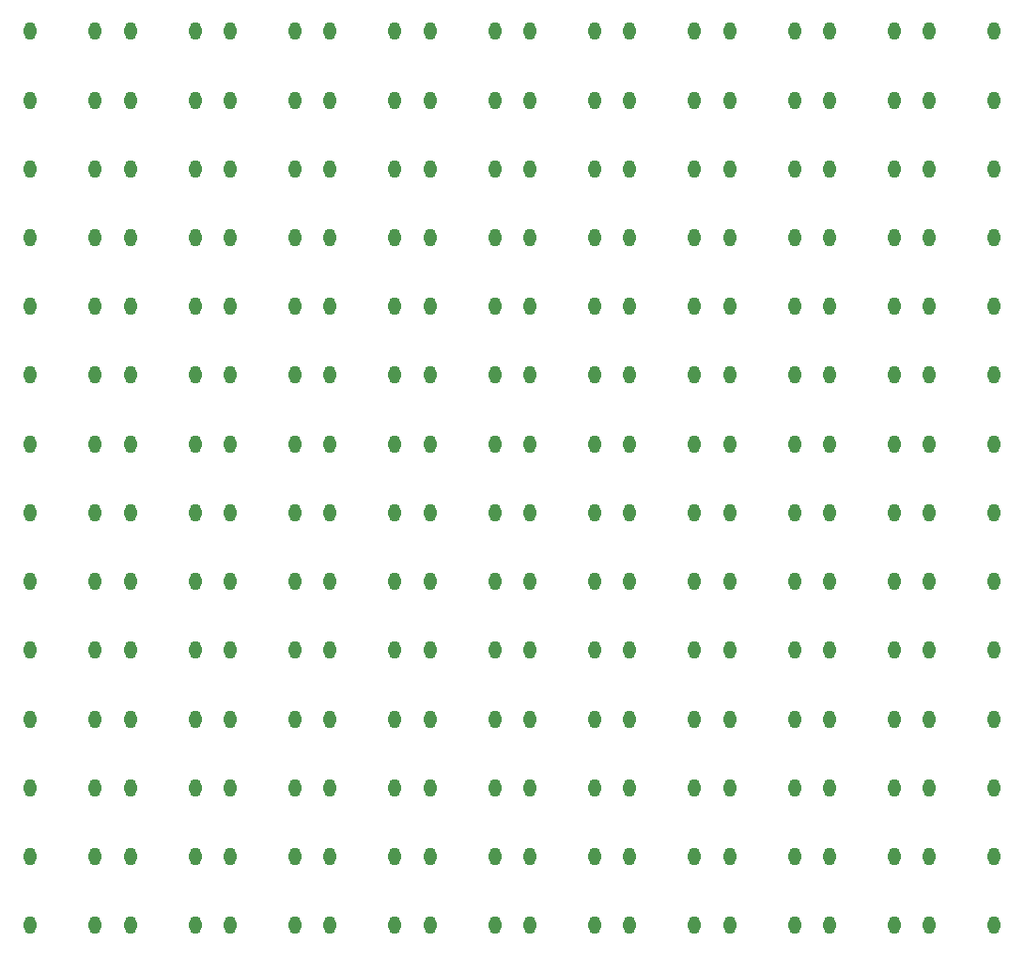
<source format=gbs>
%FSLAX25Y25*%
%MOIN*%
G70*
G01*
G75*
G04 Layer_Color=16711935*
%ADD10R,0.05118X0.12992*%
%ADD11R,0.01969X0.12992*%
%ADD12C,0.02000*%
%ADD13R,0.05000X0.15000*%
%ADD14O,0.03937X0.05906*%
%ADD15C,0.00600*%
%ADD16R,0.04717X0.12591*%
%ADD17R,0.01567X0.12591*%
%ADD18R,0.05518X0.13392*%
%ADD19R,0.02369X0.13392*%
%ADD20O,0.04337X0.06306*%
D20*
X7000Y13177D02*
D03*
X30000D02*
D03*
X42433D02*
D03*
X65433D02*
D03*
X77866D02*
D03*
X100866D02*
D03*
X113299D02*
D03*
X136299D02*
D03*
X148732D02*
D03*
X171732D02*
D03*
X184165D02*
D03*
X207165D02*
D03*
X219598D02*
D03*
X242598D02*
D03*
X255031D02*
D03*
X278031D02*
D03*
X290465D02*
D03*
X313465D02*
D03*
X325898D02*
D03*
X348898D02*
D03*
X7000Y37587D02*
D03*
X30000D02*
D03*
X42433D02*
D03*
X65433D02*
D03*
X77866D02*
D03*
X100866D02*
D03*
X113299D02*
D03*
X136299D02*
D03*
X148732D02*
D03*
X171732D02*
D03*
X184165D02*
D03*
X207165D02*
D03*
X219598D02*
D03*
X242598D02*
D03*
X255031D02*
D03*
X278031D02*
D03*
X290465D02*
D03*
X313465D02*
D03*
X325898D02*
D03*
X348898D02*
D03*
X7000Y61996D02*
D03*
X30000D02*
D03*
X42433D02*
D03*
X65433D02*
D03*
X77866D02*
D03*
X100866D02*
D03*
X113299D02*
D03*
X136299D02*
D03*
X148732D02*
D03*
X171732D02*
D03*
X184165D02*
D03*
X207165D02*
D03*
X219598D02*
D03*
X242598D02*
D03*
X255031D02*
D03*
X278031D02*
D03*
X290465D02*
D03*
X313465D02*
D03*
X325898D02*
D03*
X348898D02*
D03*
X7000Y86405D02*
D03*
X30000D02*
D03*
X42433D02*
D03*
X65433D02*
D03*
X77866D02*
D03*
X100866D02*
D03*
X113299D02*
D03*
X136299D02*
D03*
X148732D02*
D03*
X171732D02*
D03*
X184165D02*
D03*
X207165D02*
D03*
X219598D02*
D03*
X242598D02*
D03*
X255031D02*
D03*
X278031D02*
D03*
X290465D02*
D03*
X313465D02*
D03*
X325898D02*
D03*
X348898D02*
D03*
X7000Y110815D02*
D03*
X30000D02*
D03*
X42433D02*
D03*
X65433D02*
D03*
X77866D02*
D03*
X100866D02*
D03*
X113299D02*
D03*
X136299D02*
D03*
X148732D02*
D03*
X171732D02*
D03*
X184165D02*
D03*
X207165D02*
D03*
X219598D02*
D03*
X242598D02*
D03*
X255031D02*
D03*
X278031D02*
D03*
X290465D02*
D03*
X313465D02*
D03*
X325898D02*
D03*
X348898D02*
D03*
X7000Y135224D02*
D03*
X30000D02*
D03*
X42433D02*
D03*
X65433D02*
D03*
X77866D02*
D03*
X100866D02*
D03*
X113299D02*
D03*
X136299D02*
D03*
X148732D02*
D03*
X171732D02*
D03*
X184165D02*
D03*
X207165D02*
D03*
X219598D02*
D03*
X242598D02*
D03*
X255031D02*
D03*
X278031D02*
D03*
X290465D02*
D03*
X313465D02*
D03*
X325898D02*
D03*
X348898D02*
D03*
X7000Y159634D02*
D03*
X30000D02*
D03*
X42433D02*
D03*
X65433D02*
D03*
X77866D02*
D03*
X100866D02*
D03*
X113299D02*
D03*
X136299D02*
D03*
X148732D02*
D03*
X171732D02*
D03*
X184165D02*
D03*
X207165D02*
D03*
X219598D02*
D03*
X242598D02*
D03*
X255031D02*
D03*
X278031D02*
D03*
X290465D02*
D03*
X313465D02*
D03*
X325898D02*
D03*
X348898D02*
D03*
X7000Y184043D02*
D03*
X30000D02*
D03*
X42433D02*
D03*
X65433D02*
D03*
X77866D02*
D03*
X100866D02*
D03*
X113299D02*
D03*
X136299D02*
D03*
X148732D02*
D03*
X171732D02*
D03*
X184165D02*
D03*
X207165D02*
D03*
X219598D02*
D03*
X242598D02*
D03*
X255031D02*
D03*
X278031D02*
D03*
X290465D02*
D03*
X313465D02*
D03*
X325898D02*
D03*
X348898D02*
D03*
X7000Y208453D02*
D03*
X30000D02*
D03*
X42433D02*
D03*
X65433D02*
D03*
X77866D02*
D03*
X100866D02*
D03*
X113299D02*
D03*
X136299D02*
D03*
X148732D02*
D03*
X171732D02*
D03*
X184165D02*
D03*
X207165D02*
D03*
X219598D02*
D03*
X242598D02*
D03*
X255031D02*
D03*
X278031D02*
D03*
X290465D02*
D03*
X313465D02*
D03*
X325898D02*
D03*
X348898D02*
D03*
X7000Y232862D02*
D03*
X30000D02*
D03*
X42433D02*
D03*
X65433D02*
D03*
X77866D02*
D03*
X100866D02*
D03*
X113299D02*
D03*
X136299D02*
D03*
X148732D02*
D03*
X171732D02*
D03*
X184165D02*
D03*
X207165D02*
D03*
X219598D02*
D03*
X242598D02*
D03*
X255031D02*
D03*
X278031D02*
D03*
X290465D02*
D03*
X313465D02*
D03*
X325898D02*
D03*
X348898D02*
D03*
X7000Y257272D02*
D03*
X30000D02*
D03*
X42433D02*
D03*
X65433D02*
D03*
X77866D02*
D03*
X100866D02*
D03*
X113299D02*
D03*
X136299D02*
D03*
X148732D02*
D03*
X171732D02*
D03*
X184165D02*
D03*
X207165D02*
D03*
X219598D02*
D03*
X242598D02*
D03*
X255031D02*
D03*
X278031D02*
D03*
X290465D02*
D03*
X313465D02*
D03*
X325898D02*
D03*
X348898D02*
D03*
X7000Y281681D02*
D03*
X30000D02*
D03*
X42433D02*
D03*
X65433D02*
D03*
X77866D02*
D03*
X100866D02*
D03*
X113299D02*
D03*
X136299D02*
D03*
X148732D02*
D03*
X171732D02*
D03*
X184165D02*
D03*
X207165D02*
D03*
X219598D02*
D03*
X242598D02*
D03*
X255031D02*
D03*
X278031D02*
D03*
X290465D02*
D03*
X313465D02*
D03*
X325898D02*
D03*
X348898D02*
D03*
X7000Y306090D02*
D03*
X30000D02*
D03*
X42433D02*
D03*
X65433D02*
D03*
X77866D02*
D03*
X100866D02*
D03*
X113299D02*
D03*
X136299D02*
D03*
X148732D02*
D03*
X171732D02*
D03*
X184165D02*
D03*
X207165D02*
D03*
X219598D02*
D03*
X242598D02*
D03*
X255031D02*
D03*
X278031D02*
D03*
X290465D02*
D03*
X313465D02*
D03*
X325898D02*
D03*
X348898D02*
D03*
X7000Y330500D02*
D03*
X30000D02*
D03*
X42433D02*
D03*
X65433D02*
D03*
X77866D02*
D03*
X100866D02*
D03*
X113299D02*
D03*
X136299D02*
D03*
X148732D02*
D03*
X171732D02*
D03*
X184165D02*
D03*
X207165D02*
D03*
X219598D02*
D03*
X242598D02*
D03*
X255031D02*
D03*
X278031D02*
D03*
X290465D02*
D03*
X313465D02*
D03*
X325898D02*
D03*
X348898D02*
D03*
M02*

</source>
